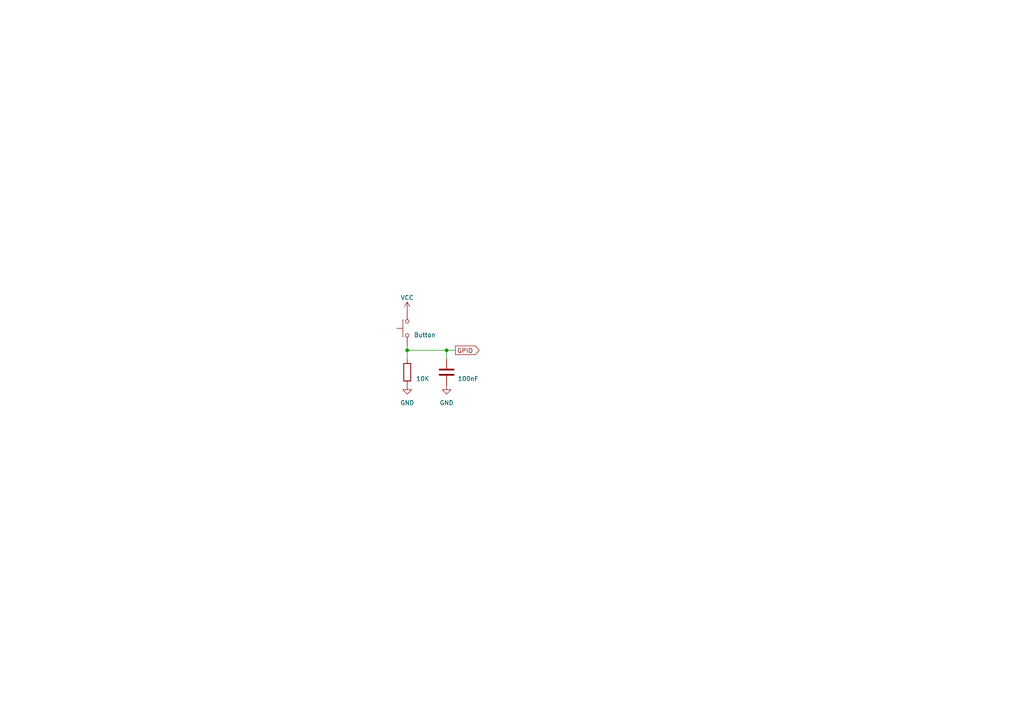
<source format=kicad_sch>
(kicad_sch (version 20211123) (generator eeschema)
  (paper "A4")
  (lib_symbols
    (symbol "Device:C" (pin_numbers hide) (pin_names (offset 0.254))
      (property "Reference" "C" (at 0.635 2.54 0))
      (property "Value" "C" (at 0.635 -2.54 0))
      (symbol "C_0_1"
        (polyline (pts (xy -2.032 -0.762) (xy 2.032 -0.762)) (stroke (width 0.508)))
        (polyline (pts (xy -2.032 0.762) (xy 2.032 0.762)) (stroke (width 0.508)))
      )
      (symbol "C_1_1"
        (pin passive line (at 0 3.81 270) (length 2.794) (name "~") (number "1"))
        (pin passive line (at 0 -3.81 90) (length 2.794) (name "~") (number "2"))
      )
    )
    (symbol "Device:R" (pin_numbers hide) (pin_names (offset 0))
      (property "Reference" "R" (at 2.032 0 90))
      (property "Value" "R" (at 0 0 90))
      (symbol "R_0_1"
        (rectangle (start -1.016 -2.54) (end 1.016 2.54) (stroke (width 0.254)))
      )
      (symbol "R_1_1"
        (pin passive line (at 0 3.81 270) (length 1.27) (name "~") (number "1"))
        (pin passive line (at 0 -3.81 90) (length 1.27) (name "~") (number "2"))
      )
    )
    (symbol "Switch:SW_Push" (pin_numbers hide) (pin_names (offset 1.016) hide)
      (property "Reference" "SW" (at 1.27 2.54 0))
      (property "Value" "SW_Push" (at 0 -1.524 0))
      (symbol "SW_Push_0_1"
        (circle (center -2.032 0) (radius 0.508))
        (polyline (pts (xy 0 1.27) (xy 0 3.048)))
        (polyline (pts (xy 2.54 1.27) (xy -2.54 1.27)))
        (circle (center 2.032 0) (radius 0.508))
        (pin passive line (at -5.08 0 0) (length 2.54) (name "1") (number "1"))
        (pin passive line (at 5.08 0 180) (length 2.54) (name "2") (number "2"))
      )
    )
    (symbol "power:GND" (power) (pin_names (offset 0))
      (property "Value" "GND" (at 0 -3.81 0))
      (symbol "GND_0_1"
        (polyline (pts (xy 0 0) (xy 0 -1.27) (xy 1.27 -1.27) (xy 0 -2.54) (xy -1.27 -1.27) (xy 0 -1.27)))
      )
      (symbol "GND_1_1"
        (pin power_in line (at 0 0 270) (length 0) hide (name "GND") (number "1"))
      )
    )
    (symbol "power:VCC" (power) (pin_names (offset 0))
      (property "Value" "VCC" (at 0 3.81 0))
      (symbol "VCC_0_1"
        (polyline (pts (xy -0.762 1.27) (xy 0 2.54)))
        (polyline (pts (xy 0 0) (xy 0 2.54)))
        (polyline (pts (xy 0 2.54) (xy 0.762 1.27)))
      )
      (symbol "VCC_1_1"
        (pin power_in line (at 0 0 90) (length 0) hide (name "VCC") (number "1"))
      )
    )
  )
  (junction (at 118.11 101.6) (diameter 0.9144))
  (junction (at 129.54 101.6) (diameter 0.9144))
  (wire (pts (xy 118.11 101.6) (xy 118.11 104.14)))
  (wire (pts (xy 118.11 100.33) (xy 118.11 101.6)))
  (wire (pts (xy 129.54 101.6) (xy 132.08 101.6)))
  (wire (pts (xy 129.54 101.6) (xy 129.54 104.14)))
  (wire (pts (xy 118.11 101.6) (xy 129.54 101.6)))
  (global_label "GPIO" (shape output) (at 132.08 101.6 0) (property "Intersheet References" "${INTERSHEET_REFS}" (effects hide)))
  (symbol (lib_id "power:VCC") (at 118.11 90.17 0) (unit 1)
    (property "Reference" "#PWR?" (effects hide))
    (property "Value" "VCC" (at 118.11 86.36 0))
  )
  (symbol (lib_id "Switch:SW_Push") (at 118.11 95.25 90) (unit 1)
    (property "Reference" "SW?" (effects hide))
    (property "Value" "Button" (at 120.015 97.1549 90) (effects (justify right)))
  )
  (symbol (lib_id "Device:R") (at 118.11 107.95 0) (unit 1)
    (property "Reference" "R?" (effects hide))
    (property "Value" "10K" (at 120.65 109.8549 0) (effects (justify left)))
  )
  (symbol (lib_id "Device:C") (at 129.54 107.95 0) (unit 1)
    (property "Reference" "C?" (effects hide))
    (property "Value" "100nF" (at 132.715 109.8549 0) (effects (justify left)))
  )
  (symbol (lib_id "power:GND") (at 129.54 111.76 0) (unit 1)
    (property "Reference" "#PWR?" (effects hide))
    (property "Value" "GND" (at 129.54 116.84 0))
  )
  (symbol (lib_id "power:GND") (at 118.11 111.76 0) (unit 1)
    (property "Reference" "#PWR?" (effects hide))
    (property "Value" "GND" (at 118.11 116.84 0))
  )
)
</source>
